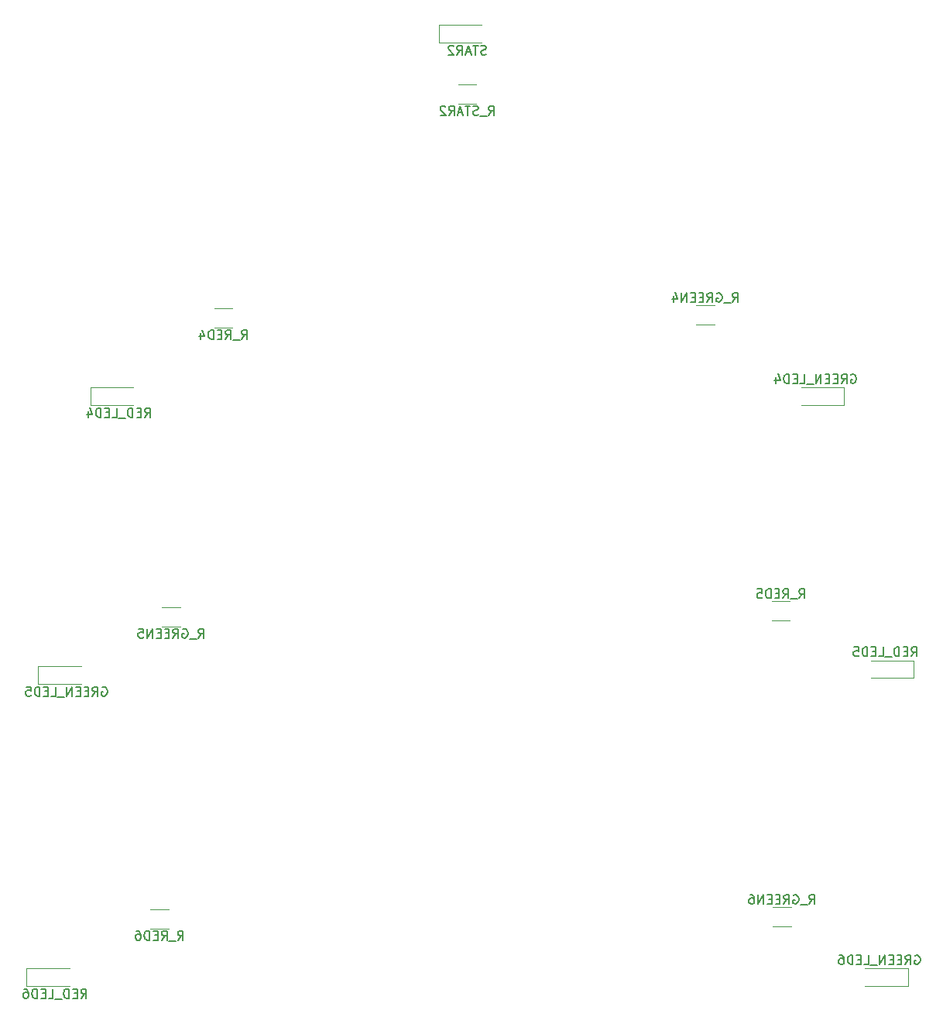
<source format=gbr>
G04 #@! TF.FileFunction,Legend,Bot*
%FSLAX46Y46*%
G04 Gerber Fmt 4.6, Leading zero omitted, Abs format (unit mm)*
G04 Created by KiCad (PCBNEW 4.0.6) date Tuesday, November 14, 2017 'PMt' 08:02:21 PM*
%MOMM*%
%LPD*%
G01*
G04 APERTURE LIST*
%ADD10C,0.100000*%
%ADD11C,0.120000*%
%ADD12C,0.150000*%
G04 APERTURE END LIST*
D10*
D11*
X136450000Y-63820000D02*
X136450000Y-65720000D01*
X136450000Y-65720000D02*
X131750000Y-65720000D01*
X136450000Y-63820000D02*
X131750000Y-63820000D01*
X48335000Y-96200000D02*
X48335000Y-94300000D01*
X48335000Y-94300000D02*
X53035000Y-94300000D01*
X48335000Y-96200000D02*
X53035000Y-96200000D01*
X143435000Y-127320000D02*
X143435000Y-129220000D01*
X143435000Y-129220000D02*
X138735000Y-129220000D01*
X143435000Y-127320000D02*
X138735000Y-127320000D01*
X54050000Y-65720000D02*
X54050000Y-63820000D01*
X54050000Y-63820000D02*
X58750000Y-63820000D01*
X54050000Y-65720000D02*
X58750000Y-65720000D01*
X144070000Y-93665000D02*
X144070000Y-95565000D01*
X144070000Y-95565000D02*
X139370000Y-95565000D01*
X144070000Y-93665000D02*
X139370000Y-93665000D01*
X47065000Y-129220000D02*
X47065000Y-127320000D01*
X47065000Y-127320000D02*
X51765000Y-127320000D01*
X47065000Y-129220000D02*
X51765000Y-129220000D01*
X120285000Y-56950000D02*
X122285000Y-56950000D01*
X122285000Y-54810000D02*
X120285000Y-54810000D01*
X63865000Y-87830000D02*
X61865000Y-87830000D01*
X61865000Y-89970000D02*
X63865000Y-89970000D01*
X128667000Y-122736000D02*
X130667000Y-122736000D01*
X130667000Y-120596000D02*
X128667000Y-120596000D01*
X69580000Y-55191000D02*
X67580000Y-55191000D01*
X67580000Y-57331000D02*
X69580000Y-57331000D01*
X128540000Y-89335000D02*
X130540000Y-89335000D01*
X130540000Y-87195000D02*
X128540000Y-87195000D01*
X62595000Y-120850000D02*
X60595000Y-120850000D01*
X60595000Y-122990000D02*
X62595000Y-122990000D01*
X96250000Y-30680000D02*
X94250000Y-30680000D01*
X94250000Y-32820000D02*
X96250000Y-32820000D01*
X92150000Y-26096000D02*
X92150000Y-24196000D01*
X92150000Y-24196000D02*
X96850000Y-24196000D01*
X92150000Y-26096000D02*
X96850000Y-26096000D01*
D12*
X137230952Y-62420000D02*
X137326190Y-62372381D01*
X137469047Y-62372381D01*
X137611905Y-62420000D01*
X137707143Y-62515238D01*
X137754762Y-62610476D01*
X137802381Y-62800952D01*
X137802381Y-62943810D01*
X137754762Y-63134286D01*
X137707143Y-63229524D01*
X137611905Y-63324762D01*
X137469047Y-63372381D01*
X137373809Y-63372381D01*
X137230952Y-63324762D01*
X137183333Y-63277143D01*
X137183333Y-62943810D01*
X137373809Y-62943810D01*
X136183333Y-63372381D02*
X136516667Y-62896190D01*
X136754762Y-63372381D02*
X136754762Y-62372381D01*
X136373809Y-62372381D01*
X136278571Y-62420000D01*
X136230952Y-62467619D01*
X136183333Y-62562857D01*
X136183333Y-62705714D01*
X136230952Y-62800952D01*
X136278571Y-62848571D01*
X136373809Y-62896190D01*
X136754762Y-62896190D01*
X135754762Y-62848571D02*
X135421428Y-62848571D01*
X135278571Y-63372381D02*
X135754762Y-63372381D01*
X135754762Y-62372381D01*
X135278571Y-62372381D01*
X134850000Y-62848571D02*
X134516666Y-62848571D01*
X134373809Y-63372381D02*
X134850000Y-63372381D01*
X134850000Y-62372381D01*
X134373809Y-62372381D01*
X133945238Y-63372381D02*
X133945238Y-62372381D01*
X133373809Y-63372381D01*
X133373809Y-62372381D01*
X133135714Y-63467619D02*
X132373809Y-63467619D01*
X131659523Y-63372381D02*
X132135714Y-63372381D01*
X132135714Y-62372381D01*
X131326190Y-62848571D02*
X130992856Y-62848571D01*
X130849999Y-63372381D02*
X131326190Y-63372381D01*
X131326190Y-62372381D01*
X130849999Y-62372381D01*
X130421428Y-63372381D02*
X130421428Y-62372381D01*
X130183333Y-62372381D01*
X130040475Y-62420000D01*
X129945237Y-62515238D01*
X129897618Y-62610476D01*
X129849999Y-62800952D01*
X129849999Y-62943810D01*
X129897618Y-63134286D01*
X129945237Y-63229524D01*
X130040475Y-63324762D01*
X130183333Y-63372381D01*
X130421428Y-63372381D01*
X128992856Y-62705714D02*
X128992856Y-63372381D01*
X129230952Y-62324762D02*
X129469047Y-63039048D01*
X128849999Y-63039048D01*
X55315952Y-96600000D02*
X55411190Y-96552381D01*
X55554047Y-96552381D01*
X55696905Y-96600000D01*
X55792143Y-96695238D01*
X55839762Y-96790476D01*
X55887381Y-96980952D01*
X55887381Y-97123810D01*
X55839762Y-97314286D01*
X55792143Y-97409524D01*
X55696905Y-97504762D01*
X55554047Y-97552381D01*
X55458809Y-97552381D01*
X55315952Y-97504762D01*
X55268333Y-97457143D01*
X55268333Y-97123810D01*
X55458809Y-97123810D01*
X54268333Y-97552381D02*
X54601667Y-97076190D01*
X54839762Y-97552381D02*
X54839762Y-96552381D01*
X54458809Y-96552381D01*
X54363571Y-96600000D01*
X54315952Y-96647619D01*
X54268333Y-96742857D01*
X54268333Y-96885714D01*
X54315952Y-96980952D01*
X54363571Y-97028571D01*
X54458809Y-97076190D01*
X54839762Y-97076190D01*
X53839762Y-97028571D02*
X53506428Y-97028571D01*
X53363571Y-97552381D02*
X53839762Y-97552381D01*
X53839762Y-96552381D01*
X53363571Y-96552381D01*
X52935000Y-97028571D02*
X52601666Y-97028571D01*
X52458809Y-97552381D02*
X52935000Y-97552381D01*
X52935000Y-96552381D01*
X52458809Y-96552381D01*
X52030238Y-97552381D02*
X52030238Y-96552381D01*
X51458809Y-97552381D01*
X51458809Y-96552381D01*
X51220714Y-97647619D02*
X50458809Y-97647619D01*
X49744523Y-97552381D02*
X50220714Y-97552381D01*
X50220714Y-96552381D01*
X49411190Y-97028571D02*
X49077856Y-97028571D01*
X48934999Y-97552381D02*
X49411190Y-97552381D01*
X49411190Y-96552381D01*
X48934999Y-96552381D01*
X48506428Y-97552381D02*
X48506428Y-96552381D01*
X48268333Y-96552381D01*
X48125475Y-96600000D01*
X48030237Y-96695238D01*
X47982618Y-96790476D01*
X47934999Y-96980952D01*
X47934999Y-97123810D01*
X47982618Y-97314286D01*
X48030237Y-97409524D01*
X48125475Y-97504762D01*
X48268333Y-97552381D01*
X48506428Y-97552381D01*
X47030237Y-96552381D02*
X47506428Y-96552381D01*
X47554047Y-97028571D01*
X47506428Y-96980952D01*
X47411190Y-96933333D01*
X47173094Y-96933333D01*
X47077856Y-96980952D01*
X47030237Y-97028571D01*
X46982618Y-97123810D01*
X46982618Y-97361905D01*
X47030237Y-97457143D01*
X47077856Y-97504762D01*
X47173094Y-97552381D01*
X47411190Y-97552381D01*
X47506428Y-97504762D01*
X47554047Y-97457143D01*
X144215952Y-125920000D02*
X144311190Y-125872381D01*
X144454047Y-125872381D01*
X144596905Y-125920000D01*
X144692143Y-126015238D01*
X144739762Y-126110476D01*
X144787381Y-126300952D01*
X144787381Y-126443810D01*
X144739762Y-126634286D01*
X144692143Y-126729524D01*
X144596905Y-126824762D01*
X144454047Y-126872381D01*
X144358809Y-126872381D01*
X144215952Y-126824762D01*
X144168333Y-126777143D01*
X144168333Y-126443810D01*
X144358809Y-126443810D01*
X143168333Y-126872381D02*
X143501667Y-126396190D01*
X143739762Y-126872381D02*
X143739762Y-125872381D01*
X143358809Y-125872381D01*
X143263571Y-125920000D01*
X143215952Y-125967619D01*
X143168333Y-126062857D01*
X143168333Y-126205714D01*
X143215952Y-126300952D01*
X143263571Y-126348571D01*
X143358809Y-126396190D01*
X143739762Y-126396190D01*
X142739762Y-126348571D02*
X142406428Y-126348571D01*
X142263571Y-126872381D02*
X142739762Y-126872381D01*
X142739762Y-125872381D01*
X142263571Y-125872381D01*
X141835000Y-126348571D02*
X141501666Y-126348571D01*
X141358809Y-126872381D02*
X141835000Y-126872381D01*
X141835000Y-125872381D01*
X141358809Y-125872381D01*
X140930238Y-126872381D02*
X140930238Y-125872381D01*
X140358809Y-126872381D01*
X140358809Y-125872381D01*
X140120714Y-126967619D02*
X139358809Y-126967619D01*
X138644523Y-126872381D02*
X139120714Y-126872381D01*
X139120714Y-125872381D01*
X138311190Y-126348571D02*
X137977856Y-126348571D01*
X137834999Y-126872381D02*
X138311190Y-126872381D01*
X138311190Y-125872381D01*
X137834999Y-125872381D01*
X137406428Y-126872381D02*
X137406428Y-125872381D01*
X137168333Y-125872381D01*
X137025475Y-125920000D01*
X136930237Y-126015238D01*
X136882618Y-126110476D01*
X136834999Y-126300952D01*
X136834999Y-126443810D01*
X136882618Y-126634286D01*
X136930237Y-126729524D01*
X137025475Y-126824762D01*
X137168333Y-126872381D01*
X137406428Y-126872381D01*
X135977856Y-125872381D02*
X136168333Y-125872381D01*
X136263571Y-125920000D01*
X136311190Y-125967619D01*
X136406428Y-126110476D01*
X136454047Y-126300952D01*
X136454047Y-126681905D01*
X136406428Y-126777143D01*
X136358809Y-126824762D01*
X136263571Y-126872381D01*
X136073094Y-126872381D01*
X135977856Y-126824762D01*
X135930237Y-126777143D01*
X135882618Y-126681905D01*
X135882618Y-126443810D01*
X135930237Y-126348571D01*
X135977856Y-126300952D01*
X136073094Y-126253333D01*
X136263571Y-126253333D01*
X136358809Y-126300952D01*
X136406428Y-126348571D01*
X136454047Y-126443810D01*
X60007143Y-67072381D02*
X60340477Y-66596190D01*
X60578572Y-67072381D02*
X60578572Y-66072381D01*
X60197619Y-66072381D01*
X60102381Y-66120000D01*
X60054762Y-66167619D01*
X60007143Y-66262857D01*
X60007143Y-66405714D01*
X60054762Y-66500952D01*
X60102381Y-66548571D01*
X60197619Y-66596190D01*
X60578572Y-66596190D01*
X59578572Y-66548571D02*
X59245238Y-66548571D01*
X59102381Y-67072381D02*
X59578572Y-67072381D01*
X59578572Y-66072381D01*
X59102381Y-66072381D01*
X58673810Y-67072381D02*
X58673810Y-66072381D01*
X58435715Y-66072381D01*
X58292857Y-66120000D01*
X58197619Y-66215238D01*
X58150000Y-66310476D01*
X58102381Y-66500952D01*
X58102381Y-66643810D01*
X58150000Y-66834286D01*
X58197619Y-66929524D01*
X58292857Y-67024762D01*
X58435715Y-67072381D01*
X58673810Y-67072381D01*
X57911905Y-67167619D02*
X57150000Y-67167619D01*
X56435714Y-67072381D02*
X56911905Y-67072381D01*
X56911905Y-66072381D01*
X56102381Y-66548571D02*
X55769047Y-66548571D01*
X55626190Y-67072381D02*
X56102381Y-67072381D01*
X56102381Y-66072381D01*
X55626190Y-66072381D01*
X55197619Y-67072381D02*
X55197619Y-66072381D01*
X54959524Y-66072381D01*
X54816666Y-66120000D01*
X54721428Y-66215238D01*
X54673809Y-66310476D01*
X54626190Y-66500952D01*
X54626190Y-66643810D01*
X54673809Y-66834286D01*
X54721428Y-66929524D01*
X54816666Y-67024762D01*
X54959524Y-67072381D01*
X55197619Y-67072381D01*
X53769047Y-66405714D02*
X53769047Y-67072381D01*
X54007143Y-66024762D02*
X54245238Y-66739048D01*
X53626190Y-66739048D01*
X143827143Y-93217381D02*
X144160477Y-92741190D01*
X144398572Y-93217381D02*
X144398572Y-92217381D01*
X144017619Y-92217381D01*
X143922381Y-92265000D01*
X143874762Y-92312619D01*
X143827143Y-92407857D01*
X143827143Y-92550714D01*
X143874762Y-92645952D01*
X143922381Y-92693571D01*
X144017619Y-92741190D01*
X144398572Y-92741190D01*
X143398572Y-92693571D02*
X143065238Y-92693571D01*
X142922381Y-93217381D02*
X143398572Y-93217381D01*
X143398572Y-92217381D01*
X142922381Y-92217381D01*
X142493810Y-93217381D02*
X142493810Y-92217381D01*
X142255715Y-92217381D01*
X142112857Y-92265000D01*
X142017619Y-92360238D01*
X141970000Y-92455476D01*
X141922381Y-92645952D01*
X141922381Y-92788810D01*
X141970000Y-92979286D01*
X142017619Y-93074524D01*
X142112857Y-93169762D01*
X142255715Y-93217381D01*
X142493810Y-93217381D01*
X141731905Y-93312619D02*
X140970000Y-93312619D01*
X140255714Y-93217381D02*
X140731905Y-93217381D01*
X140731905Y-92217381D01*
X139922381Y-92693571D02*
X139589047Y-92693571D01*
X139446190Y-93217381D02*
X139922381Y-93217381D01*
X139922381Y-92217381D01*
X139446190Y-92217381D01*
X139017619Y-93217381D02*
X139017619Y-92217381D01*
X138779524Y-92217381D01*
X138636666Y-92265000D01*
X138541428Y-92360238D01*
X138493809Y-92455476D01*
X138446190Y-92645952D01*
X138446190Y-92788810D01*
X138493809Y-92979286D01*
X138541428Y-93074524D01*
X138636666Y-93169762D01*
X138779524Y-93217381D01*
X139017619Y-93217381D01*
X137541428Y-92217381D02*
X138017619Y-92217381D01*
X138065238Y-92693571D01*
X138017619Y-92645952D01*
X137922381Y-92598333D01*
X137684285Y-92598333D01*
X137589047Y-92645952D01*
X137541428Y-92693571D01*
X137493809Y-92788810D01*
X137493809Y-93026905D01*
X137541428Y-93122143D01*
X137589047Y-93169762D01*
X137684285Y-93217381D01*
X137922381Y-93217381D01*
X138017619Y-93169762D01*
X138065238Y-93122143D01*
X53022143Y-130572381D02*
X53355477Y-130096190D01*
X53593572Y-130572381D02*
X53593572Y-129572381D01*
X53212619Y-129572381D01*
X53117381Y-129620000D01*
X53069762Y-129667619D01*
X53022143Y-129762857D01*
X53022143Y-129905714D01*
X53069762Y-130000952D01*
X53117381Y-130048571D01*
X53212619Y-130096190D01*
X53593572Y-130096190D01*
X52593572Y-130048571D02*
X52260238Y-130048571D01*
X52117381Y-130572381D02*
X52593572Y-130572381D01*
X52593572Y-129572381D01*
X52117381Y-129572381D01*
X51688810Y-130572381D02*
X51688810Y-129572381D01*
X51450715Y-129572381D01*
X51307857Y-129620000D01*
X51212619Y-129715238D01*
X51165000Y-129810476D01*
X51117381Y-130000952D01*
X51117381Y-130143810D01*
X51165000Y-130334286D01*
X51212619Y-130429524D01*
X51307857Y-130524762D01*
X51450715Y-130572381D01*
X51688810Y-130572381D01*
X50926905Y-130667619D02*
X50165000Y-130667619D01*
X49450714Y-130572381D02*
X49926905Y-130572381D01*
X49926905Y-129572381D01*
X49117381Y-130048571D02*
X48784047Y-130048571D01*
X48641190Y-130572381D02*
X49117381Y-130572381D01*
X49117381Y-129572381D01*
X48641190Y-129572381D01*
X48212619Y-130572381D02*
X48212619Y-129572381D01*
X47974524Y-129572381D01*
X47831666Y-129620000D01*
X47736428Y-129715238D01*
X47688809Y-129810476D01*
X47641190Y-130000952D01*
X47641190Y-130143810D01*
X47688809Y-130334286D01*
X47736428Y-130429524D01*
X47831666Y-130524762D01*
X47974524Y-130572381D01*
X48212619Y-130572381D01*
X46784047Y-129572381D02*
X46974524Y-129572381D01*
X47069762Y-129620000D01*
X47117381Y-129667619D01*
X47212619Y-129810476D01*
X47260238Y-130000952D01*
X47260238Y-130381905D01*
X47212619Y-130477143D01*
X47165000Y-130524762D01*
X47069762Y-130572381D01*
X46879285Y-130572381D01*
X46784047Y-130524762D01*
X46736428Y-130477143D01*
X46688809Y-130381905D01*
X46688809Y-130143810D01*
X46736428Y-130048571D01*
X46784047Y-130000952D01*
X46879285Y-129953333D01*
X47069762Y-129953333D01*
X47165000Y-130000952D01*
X47212619Y-130048571D01*
X47260238Y-130143810D01*
X124261190Y-54482381D02*
X124594524Y-54006190D01*
X124832619Y-54482381D02*
X124832619Y-53482381D01*
X124451666Y-53482381D01*
X124356428Y-53530000D01*
X124308809Y-53577619D01*
X124261190Y-53672857D01*
X124261190Y-53815714D01*
X124308809Y-53910952D01*
X124356428Y-53958571D01*
X124451666Y-54006190D01*
X124832619Y-54006190D01*
X124070714Y-54577619D02*
X123308809Y-54577619D01*
X122546904Y-53530000D02*
X122642142Y-53482381D01*
X122784999Y-53482381D01*
X122927857Y-53530000D01*
X123023095Y-53625238D01*
X123070714Y-53720476D01*
X123118333Y-53910952D01*
X123118333Y-54053810D01*
X123070714Y-54244286D01*
X123023095Y-54339524D01*
X122927857Y-54434762D01*
X122784999Y-54482381D01*
X122689761Y-54482381D01*
X122546904Y-54434762D01*
X122499285Y-54387143D01*
X122499285Y-54053810D01*
X122689761Y-54053810D01*
X121499285Y-54482381D02*
X121832619Y-54006190D01*
X122070714Y-54482381D02*
X122070714Y-53482381D01*
X121689761Y-53482381D01*
X121594523Y-53530000D01*
X121546904Y-53577619D01*
X121499285Y-53672857D01*
X121499285Y-53815714D01*
X121546904Y-53910952D01*
X121594523Y-53958571D01*
X121689761Y-54006190D01*
X122070714Y-54006190D01*
X121070714Y-53958571D02*
X120737380Y-53958571D01*
X120594523Y-54482381D02*
X121070714Y-54482381D01*
X121070714Y-53482381D01*
X120594523Y-53482381D01*
X120165952Y-53958571D02*
X119832618Y-53958571D01*
X119689761Y-54482381D02*
X120165952Y-54482381D01*
X120165952Y-53482381D01*
X119689761Y-53482381D01*
X119261190Y-54482381D02*
X119261190Y-53482381D01*
X118689761Y-54482381D01*
X118689761Y-53482381D01*
X117784999Y-53815714D02*
X117784999Y-54482381D01*
X118023095Y-53434762D02*
X118261190Y-54149048D01*
X117642142Y-54149048D01*
X65841190Y-91202381D02*
X66174524Y-90726190D01*
X66412619Y-91202381D02*
X66412619Y-90202381D01*
X66031666Y-90202381D01*
X65936428Y-90250000D01*
X65888809Y-90297619D01*
X65841190Y-90392857D01*
X65841190Y-90535714D01*
X65888809Y-90630952D01*
X65936428Y-90678571D01*
X66031666Y-90726190D01*
X66412619Y-90726190D01*
X65650714Y-91297619D02*
X64888809Y-91297619D01*
X64126904Y-90250000D02*
X64222142Y-90202381D01*
X64364999Y-90202381D01*
X64507857Y-90250000D01*
X64603095Y-90345238D01*
X64650714Y-90440476D01*
X64698333Y-90630952D01*
X64698333Y-90773810D01*
X64650714Y-90964286D01*
X64603095Y-91059524D01*
X64507857Y-91154762D01*
X64364999Y-91202381D01*
X64269761Y-91202381D01*
X64126904Y-91154762D01*
X64079285Y-91107143D01*
X64079285Y-90773810D01*
X64269761Y-90773810D01*
X63079285Y-91202381D02*
X63412619Y-90726190D01*
X63650714Y-91202381D02*
X63650714Y-90202381D01*
X63269761Y-90202381D01*
X63174523Y-90250000D01*
X63126904Y-90297619D01*
X63079285Y-90392857D01*
X63079285Y-90535714D01*
X63126904Y-90630952D01*
X63174523Y-90678571D01*
X63269761Y-90726190D01*
X63650714Y-90726190D01*
X62650714Y-90678571D02*
X62317380Y-90678571D01*
X62174523Y-91202381D02*
X62650714Y-91202381D01*
X62650714Y-90202381D01*
X62174523Y-90202381D01*
X61745952Y-90678571D02*
X61412618Y-90678571D01*
X61269761Y-91202381D02*
X61745952Y-91202381D01*
X61745952Y-90202381D01*
X61269761Y-90202381D01*
X60841190Y-91202381D02*
X60841190Y-90202381D01*
X60269761Y-91202381D01*
X60269761Y-90202381D01*
X59317380Y-90202381D02*
X59793571Y-90202381D01*
X59841190Y-90678571D01*
X59793571Y-90630952D01*
X59698333Y-90583333D01*
X59460237Y-90583333D01*
X59364999Y-90630952D01*
X59317380Y-90678571D01*
X59269761Y-90773810D01*
X59269761Y-91011905D01*
X59317380Y-91107143D01*
X59364999Y-91154762D01*
X59460237Y-91202381D01*
X59698333Y-91202381D01*
X59793571Y-91154762D01*
X59841190Y-91107143D01*
X132643190Y-120268381D02*
X132976524Y-119792190D01*
X133214619Y-120268381D02*
X133214619Y-119268381D01*
X132833666Y-119268381D01*
X132738428Y-119316000D01*
X132690809Y-119363619D01*
X132643190Y-119458857D01*
X132643190Y-119601714D01*
X132690809Y-119696952D01*
X132738428Y-119744571D01*
X132833666Y-119792190D01*
X133214619Y-119792190D01*
X132452714Y-120363619D02*
X131690809Y-120363619D01*
X130928904Y-119316000D02*
X131024142Y-119268381D01*
X131166999Y-119268381D01*
X131309857Y-119316000D01*
X131405095Y-119411238D01*
X131452714Y-119506476D01*
X131500333Y-119696952D01*
X131500333Y-119839810D01*
X131452714Y-120030286D01*
X131405095Y-120125524D01*
X131309857Y-120220762D01*
X131166999Y-120268381D01*
X131071761Y-120268381D01*
X130928904Y-120220762D01*
X130881285Y-120173143D01*
X130881285Y-119839810D01*
X131071761Y-119839810D01*
X129881285Y-120268381D02*
X130214619Y-119792190D01*
X130452714Y-120268381D02*
X130452714Y-119268381D01*
X130071761Y-119268381D01*
X129976523Y-119316000D01*
X129928904Y-119363619D01*
X129881285Y-119458857D01*
X129881285Y-119601714D01*
X129928904Y-119696952D01*
X129976523Y-119744571D01*
X130071761Y-119792190D01*
X130452714Y-119792190D01*
X129452714Y-119744571D02*
X129119380Y-119744571D01*
X128976523Y-120268381D02*
X129452714Y-120268381D01*
X129452714Y-119268381D01*
X128976523Y-119268381D01*
X128547952Y-119744571D02*
X128214618Y-119744571D01*
X128071761Y-120268381D02*
X128547952Y-120268381D01*
X128547952Y-119268381D01*
X128071761Y-119268381D01*
X127643190Y-120268381D02*
X127643190Y-119268381D01*
X127071761Y-120268381D01*
X127071761Y-119268381D01*
X126166999Y-119268381D02*
X126357476Y-119268381D01*
X126452714Y-119316000D01*
X126500333Y-119363619D01*
X126595571Y-119506476D01*
X126643190Y-119696952D01*
X126643190Y-120077905D01*
X126595571Y-120173143D01*
X126547952Y-120220762D01*
X126452714Y-120268381D01*
X126262237Y-120268381D01*
X126166999Y-120220762D01*
X126119380Y-120173143D01*
X126071761Y-120077905D01*
X126071761Y-119839810D01*
X126119380Y-119744571D01*
X126166999Y-119696952D01*
X126262237Y-119649333D01*
X126452714Y-119649333D01*
X126547952Y-119696952D01*
X126595571Y-119744571D01*
X126643190Y-119839810D01*
X70580000Y-58563381D02*
X70913334Y-58087190D01*
X71151429Y-58563381D02*
X71151429Y-57563381D01*
X70770476Y-57563381D01*
X70675238Y-57611000D01*
X70627619Y-57658619D01*
X70580000Y-57753857D01*
X70580000Y-57896714D01*
X70627619Y-57991952D01*
X70675238Y-58039571D01*
X70770476Y-58087190D01*
X71151429Y-58087190D01*
X70389524Y-58658619D02*
X69627619Y-58658619D01*
X68818095Y-58563381D02*
X69151429Y-58087190D01*
X69389524Y-58563381D02*
X69389524Y-57563381D01*
X69008571Y-57563381D01*
X68913333Y-57611000D01*
X68865714Y-57658619D01*
X68818095Y-57753857D01*
X68818095Y-57896714D01*
X68865714Y-57991952D01*
X68913333Y-58039571D01*
X69008571Y-58087190D01*
X69389524Y-58087190D01*
X68389524Y-58039571D02*
X68056190Y-58039571D01*
X67913333Y-58563381D02*
X68389524Y-58563381D01*
X68389524Y-57563381D01*
X67913333Y-57563381D01*
X67484762Y-58563381D02*
X67484762Y-57563381D01*
X67246667Y-57563381D01*
X67103809Y-57611000D01*
X67008571Y-57706238D01*
X66960952Y-57801476D01*
X66913333Y-57991952D01*
X66913333Y-58134810D01*
X66960952Y-58325286D01*
X67008571Y-58420524D01*
X67103809Y-58515762D01*
X67246667Y-58563381D01*
X67484762Y-58563381D01*
X66056190Y-57896714D02*
X66056190Y-58563381D01*
X66294286Y-57515762D02*
X66532381Y-58230048D01*
X65913333Y-58230048D01*
X131540000Y-86867381D02*
X131873334Y-86391190D01*
X132111429Y-86867381D02*
X132111429Y-85867381D01*
X131730476Y-85867381D01*
X131635238Y-85915000D01*
X131587619Y-85962619D01*
X131540000Y-86057857D01*
X131540000Y-86200714D01*
X131587619Y-86295952D01*
X131635238Y-86343571D01*
X131730476Y-86391190D01*
X132111429Y-86391190D01*
X131349524Y-86962619D02*
X130587619Y-86962619D01*
X129778095Y-86867381D02*
X130111429Y-86391190D01*
X130349524Y-86867381D02*
X130349524Y-85867381D01*
X129968571Y-85867381D01*
X129873333Y-85915000D01*
X129825714Y-85962619D01*
X129778095Y-86057857D01*
X129778095Y-86200714D01*
X129825714Y-86295952D01*
X129873333Y-86343571D01*
X129968571Y-86391190D01*
X130349524Y-86391190D01*
X129349524Y-86343571D02*
X129016190Y-86343571D01*
X128873333Y-86867381D02*
X129349524Y-86867381D01*
X129349524Y-85867381D01*
X128873333Y-85867381D01*
X128444762Y-86867381D02*
X128444762Y-85867381D01*
X128206667Y-85867381D01*
X128063809Y-85915000D01*
X127968571Y-86010238D01*
X127920952Y-86105476D01*
X127873333Y-86295952D01*
X127873333Y-86438810D01*
X127920952Y-86629286D01*
X127968571Y-86724524D01*
X128063809Y-86819762D01*
X128206667Y-86867381D01*
X128444762Y-86867381D01*
X126968571Y-85867381D02*
X127444762Y-85867381D01*
X127492381Y-86343571D01*
X127444762Y-86295952D01*
X127349524Y-86248333D01*
X127111428Y-86248333D01*
X127016190Y-86295952D01*
X126968571Y-86343571D01*
X126920952Y-86438810D01*
X126920952Y-86676905D01*
X126968571Y-86772143D01*
X127016190Y-86819762D01*
X127111428Y-86867381D01*
X127349524Y-86867381D01*
X127444762Y-86819762D01*
X127492381Y-86772143D01*
X63595000Y-124222381D02*
X63928334Y-123746190D01*
X64166429Y-124222381D02*
X64166429Y-123222381D01*
X63785476Y-123222381D01*
X63690238Y-123270000D01*
X63642619Y-123317619D01*
X63595000Y-123412857D01*
X63595000Y-123555714D01*
X63642619Y-123650952D01*
X63690238Y-123698571D01*
X63785476Y-123746190D01*
X64166429Y-123746190D01*
X63404524Y-124317619D02*
X62642619Y-124317619D01*
X61833095Y-124222381D02*
X62166429Y-123746190D01*
X62404524Y-124222381D02*
X62404524Y-123222381D01*
X62023571Y-123222381D01*
X61928333Y-123270000D01*
X61880714Y-123317619D01*
X61833095Y-123412857D01*
X61833095Y-123555714D01*
X61880714Y-123650952D01*
X61928333Y-123698571D01*
X62023571Y-123746190D01*
X62404524Y-123746190D01*
X61404524Y-123698571D02*
X61071190Y-123698571D01*
X60928333Y-124222381D02*
X61404524Y-124222381D01*
X61404524Y-123222381D01*
X60928333Y-123222381D01*
X60499762Y-124222381D02*
X60499762Y-123222381D01*
X60261667Y-123222381D01*
X60118809Y-123270000D01*
X60023571Y-123365238D01*
X59975952Y-123460476D01*
X59928333Y-123650952D01*
X59928333Y-123793810D01*
X59975952Y-123984286D01*
X60023571Y-124079524D01*
X60118809Y-124174762D01*
X60261667Y-124222381D01*
X60499762Y-124222381D01*
X59071190Y-123222381D02*
X59261667Y-123222381D01*
X59356905Y-123270000D01*
X59404524Y-123317619D01*
X59499762Y-123460476D01*
X59547381Y-123650952D01*
X59547381Y-124031905D01*
X59499762Y-124127143D01*
X59452143Y-124174762D01*
X59356905Y-124222381D01*
X59166428Y-124222381D01*
X59071190Y-124174762D01*
X59023571Y-124127143D01*
X58975952Y-124031905D01*
X58975952Y-123793810D01*
X59023571Y-123698571D01*
X59071190Y-123650952D01*
X59166428Y-123603333D01*
X59356905Y-123603333D01*
X59452143Y-123650952D01*
X59499762Y-123698571D01*
X59547381Y-123793810D01*
X97583333Y-34052381D02*
X97916667Y-33576190D01*
X98154762Y-34052381D02*
X98154762Y-33052381D01*
X97773809Y-33052381D01*
X97678571Y-33100000D01*
X97630952Y-33147619D01*
X97583333Y-33242857D01*
X97583333Y-33385714D01*
X97630952Y-33480952D01*
X97678571Y-33528571D01*
X97773809Y-33576190D01*
X98154762Y-33576190D01*
X97392857Y-34147619D02*
X96630952Y-34147619D01*
X96440476Y-34004762D02*
X96297619Y-34052381D01*
X96059523Y-34052381D01*
X95964285Y-34004762D01*
X95916666Y-33957143D01*
X95869047Y-33861905D01*
X95869047Y-33766667D01*
X95916666Y-33671429D01*
X95964285Y-33623810D01*
X96059523Y-33576190D01*
X96250000Y-33528571D01*
X96345238Y-33480952D01*
X96392857Y-33433333D01*
X96440476Y-33338095D01*
X96440476Y-33242857D01*
X96392857Y-33147619D01*
X96345238Y-33100000D01*
X96250000Y-33052381D01*
X96011904Y-33052381D01*
X95869047Y-33100000D01*
X95583333Y-33052381D02*
X95011904Y-33052381D01*
X95297619Y-34052381D02*
X95297619Y-33052381D01*
X94726190Y-33766667D02*
X94249999Y-33766667D01*
X94821428Y-34052381D02*
X94488095Y-33052381D01*
X94154761Y-34052381D01*
X93249999Y-34052381D02*
X93583333Y-33576190D01*
X93821428Y-34052381D02*
X93821428Y-33052381D01*
X93440475Y-33052381D01*
X93345237Y-33100000D01*
X93297618Y-33147619D01*
X93249999Y-33242857D01*
X93249999Y-33385714D01*
X93297618Y-33480952D01*
X93345237Y-33528571D01*
X93440475Y-33576190D01*
X93821428Y-33576190D01*
X92869047Y-33147619D02*
X92821428Y-33100000D01*
X92726190Y-33052381D01*
X92488094Y-33052381D01*
X92392856Y-33100000D01*
X92345237Y-33147619D01*
X92297618Y-33242857D01*
X92297618Y-33338095D01*
X92345237Y-33480952D01*
X92916666Y-34052381D01*
X92297618Y-34052381D01*
X97321429Y-27400762D02*
X97178572Y-27448381D01*
X96940476Y-27448381D01*
X96845238Y-27400762D01*
X96797619Y-27353143D01*
X96750000Y-27257905D01*
X96750000Y-27162667D01*
X96797619Y-27067429D01*
X96845238Y-27019810D01*
X96940476Y-26972190D01*
X97130953Y-26924571D01*
X97226191Y-26876952D01*
X97273810Y-26829333D01*
X97321429Y-26734095D01*
X97321429Y-26638857D01*
X97273810Y-26543619D01*
X97226191Y-26496000D01*
X97130953Y-26448381D01*
X96892857Y-26448381D01*
X96750000Y-26496000D01*
X96464286Y-26448381D02*
X95892857Y-26448381D01*
X96178572Y-27448381D02*
X96178572Y-26448381D01*
X95607143Y-27162667D02*
X95130952Y-27162667D01*
X95702381Y-27448381D02*
X95369048Y-26448381D01*
X95035714Y-27448381D01*
X94130952Y-27448381D02*
X94464286Y-26972190D01*
X94702381Y-27448381D02*
X94702381Y-26448381D01*
X94321428Y-26448381D01*
X94226190Y-26496000D01*
X94178571Y-26543619D01*
X94130952Y-26638857D01*
X94130952Y-26781714D01*
X94178571Y-26876952D01*
X94226190Y-26924571D01*
X94321428Y-26972190D01*
X94702381Y-26972190D01*
X93750000Y-26543619D02*
X93702381Y-26496000D01*
X93607143Y-26448381D01*
X93369047Y-26448381D01*
X93273809Y-26496000D01*
X93226190Y-26543619D01*
X93178571Y-26638857D01*
X93178571Y-26734095D01*
X93226190Y-26876952D01*
X93797619Y-27448381D01*
X93178571Y-27448381D01*
M02*

</source>
